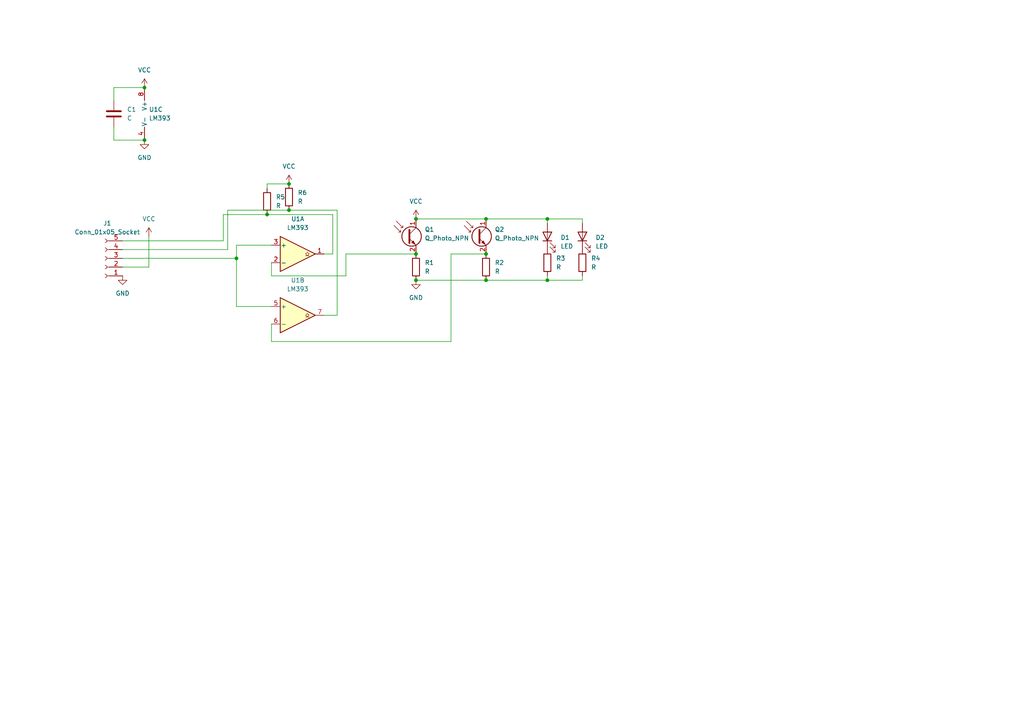
<source format=kicad_sch>
(kicad_sch
	(version 20250114)
	(generator "eeschema")
	(generator_version "9.0")
	(uuid "acb76ddc-37df-49ad-a534-a7b141941dd0")
	(paper "A4")
	(lib_symbols
		(symbol "Comparator:LM393"
			(pin_names
				(offset 0.127)
			)
			(exclude_from_sim no)
			(in_bom yes)
			(on_board yes)
			(property "Reference" "U"
				(at 3.81 3.81 0)
				(effects
					(font
						(size 1.27 1.27)
					)
				)
			)
			(property "Value" "LM393"
				(at 6.35 -3.81 0)
				(effects
					(font
						(size 1.27 1.27)
					)
				)
			)
			(property "Footprint" ""
				(at 0 0 0)
				(effects
					(font
						(size 1.27 1.27)
					)
					(hide yes)
				)
			)
			(property "Datasheet" "http://www.ti.com/lit/ds/symlink/lm393.pdf"
				(at 0 0 0)
				(effects
					(font
						(size 1.27 1.27)
					)
					(hide yes)
				)
			)
			(property "Description" "Low-Power, Low-Offset Voltage, Dual Comparators, DIP-8/SOIC-8/TO-99-8"
				(at 0 0 0)
				(effects
					(font
						(size 1.27 1.27)
					)
					(hide yes)
				)
			)
			(property "ki_locked" ""
				(at 0 0 0)
				(effects
					(font
						(size 1.27 1.27)
					)
				)
			)
			(property "ki_keywords" "cmp open collector"
				(at 0 0 0)
				(effects
					(font
						(size 1.27 1.27)
					)
					(hide yes)
				)
			)
			(property "ki_fp_filters" "SOIC*3.9x4.9mm*P1.27mm* DIP*W7.62mm* SOP*5.28x5.23mm*P1.27mm* VSSOP*3x3mm*P0.65mm* TSSOP*4.4x3mm*P0.65mm*"
				(at 0 0 0)
				(effects
					(font
						(size 1.27 1.27)
					)
					(hide yes)
				)
			)
			(symbol "LM393_1_1"
				(polyline
					(pts
						(xy -5.08 5.08) (xy 5.08 0) (xy -5.08 -5.08) (xy -5.08 5.08)
					)
					(stroke
						(width 0.254)
						(type default)
					)
					(fill
						(type background)
					)
				)
				(polyline
					(pts
						(xy 3.302 -0.508) (xy 2.794 -0.508) (xy 3.302 0) (xy 2.794 0.508) (xy 2.286 0) (xy 2.794 -0.508)
						(xy 2.286 -0.508)
					)
					(stroke
						(width 0.127)
						(type default)
					)
					(fill
						(type none)
					)
				)
				(pin input line
					(at -7.62 2.54 0)
					(length 2.54)
					(name "+"
						(effects
							(font
								(size 1.27 1.27)
							)
						)
					)
					(number "3"
						(effects
							(font
								(size 1.27 1.27)
							)
						)
					)
				)
				(pin input line
					(at -7.62 -2.54 0)
					(length 2.54)
					(name "-"
						(effects
							(font
								(size 1.27 1.27)
							)
						)
					)
					(number "2"
						(effects
							(font
								(size 1.27 1.27)
							)
						)
					)
				)
				(pin open_collector line
					(at 7.62 0 180)
					(length 2.54)
					(name "~"
						(effects
							(font
								(size 1.27 1.27)
							)
						)
					)
					(number "1"
						(effects
							(font
								(size 1.27 1.27)
							)
						)
					)
				)
			)
			(symbol "LM393_2_1"
				(polyline
					(pts
						(xy -5.08 5.08) (xy 5.08 0) (xy -5.08 -5.08) (xy -5.08 5.08)
					)
					(stroke
						(width 0.254)
						(type default)
					)
					(fill
						(type background)
					)
				)
				(polyline
					(pts
						(xy 3.302 -0.508) (xy 2.794 -0.508) (xy 3.302 0) (xy 2.794 0.508) (xy 2.286 0) (xy 2.794 -0.508)
						(xy 2.286 -0.508)
					)
					(stroke
						(width 0.127)
						(type default)
					)
					(fill
						(type none)
					)
				)
				(pin input line
					(at -7.62 2.54 0)
					(length 2.54)
					(name "+"
						(effects
							(font
								(size 1.27 1.27)
							)
						)
					)
					(number "5"
						(effects
							(font
								(size 1.27 1.27)
							)
						)
					)
				)
				(pin input line
					(at -7.62 -2.54 0)
					(length 2.54)
					(name "-"
						(effects
							(font
								(size 1.27 1.27)
							)
						)
					)
					(number "6"
						(effects
							(font
								(size 1.27 1.27)
							)
						)
					)
				)
				(pin open_collector line
					(at 7.62 0 180)
					(length 2.54)
					(name "~"
						(effects
							(font
								(size 1.27 1.27)
							)
						)
					)
					(number "7"
						(effects
							(font
								(size 1.27 1.27)
							)
						)
					)
				)
			)
			(symbol "LM393_3_1"
				(pin power_in line
					(at -2.54 7.62 270)
					(length 3.81)
					(name "V+"
						(effects
							(font
								(size 1.27 1.27)
							)
						)
					)
					(number "8"
						(effects
							(font
								(size 1.27 1.27)
							)
						)
					)
				)
				(pin power_in line
					(at -2.54 -7.62 90)
					(length 3.81)
					(name "V-"
						(effects
							(font
								(size 1.27 1.27)
							)
						)
					)
					(number "4"
						(effects
							(font
								(size 1.27 1.27)
							)
						)
					)
				)
			)
			(embedded_fonts no)
		)
		(symbol "Connector:Conn_01x05_Socket"
			(pin_names
				(offset 1.016)
				(hide yes)
			)
			(exclude_from_sim no)
			(in_bom yes)
			(on_board yes)
			(property "Reference" "J"
				(at 0 7.62 0)
				(effects
					(font
						(size 1.27 1.27)
					)
				)
			)
			(property "Value" "Conn_01x05_Socket"
				(at 0 -7.62 0)
				(effects
					(font
						(size 1.27 1.27)
					)
				)
			)
			(property "Footprint" ""
				(at 0 0 0)
				(effects
					(font
						(size 1.27 1.27)
					)
					(hide yes)
				)
			)
			(property "Datasheet" "~"
				(at 0 0 0)
				(effects
					(font
						(size 1.27 1.27)
					)
					(hide yes)
				)
			)
			(property "Description" "Generic connector, single row, 01x05, script generated"
				(at 0 0 0)
				(effects
					(font
						(size 1.27 1.27)
					)
					(hide yes)
				)
			)
			(property "ki_locked" ""
				(at 0 0 0)
				(effects
					(font
						(size 1.27 1.27)
					)
				)
			)
			(property "ki_keywords" "connector"
				(at 0 0 0)
				(effects
					(font
						(size 1.27 1.27)
					)
					(hide yes)
				)
			)
			(property "ki_fp_filters" "Connector*:*_1x??_*"
				(at 0 0 0)
				(effects
					(font
						(size 1.27 1.27)
					)
					(hide yes)
				)
			)
			(symbol "Conn_01x05_Socket_1_1"
				(polyline
					(pts
						(xy -1.27 5.08) (xy -0.508 5.08)
					)
					(stroke
						(width 0.1524)
						(type default)
					)
					(fill
						(type none)
					)
				)
				(polyline
					(pts
						(xy -1.27 2.54) (xy -0.508 2.54)
					)
					(stroke
						(width 0.1524)
						(type default)
					)
					(fill
						(type none)
					)
				)
				(polyline
					(pts
						(xy -1.27 0) (xy -0.508 0)
					)
					(stroke
						(width 0.1524)
						(type default)
					)
					(fill
						(type none)
					)
				)
				(polyline
					(pts
						(xy -1.27 -2.54) (xy -0.508 -2.54)
					)
					(stroke
						(width 0.1524)
						(type default)
					)
					(fill
						(type none)
					)
				)
				(polyline
					(pts
						(xy -1.27 -5.08) (xy -0.508 -5.08)
					)
					(stroke
						(width 0.1524)
						(type default)
					)
					(fill
						(type none)
					)
				)
				(arc
					(start 0 4.572)
					(mid -0.5058 5.08)
					(end 0 5.588)
					(stroke
						(width 0.1524)
						(type default)
					)
					(fill
						(type none)
					)
				)
				(arc
					(start 0 2.032)
					(mid -0.5058 2.54)
					(end 0 3.048)
					(stroke
						(width 0.1524)
						(type default)
					)
					(fill
						(type none)
					)
				)
				(arc
					(start 0 -0.508)
					(mid -0.5058 0)
					(end 0 0.508)
					(stroke
						(width 0.1524)
						(type default)
					)
					(fill
						(type none)
					)
				)
				(arc
					(start 0 -3.048)
					(mid -0.5058 -2.54)
					(end 0 -2.032)
					(stroke
						(width 0.1524)
						(type default)
					)
					(fill
						(type none)
					)
				)
				(arc
					(start 0 -5.588)
					(mid -0.5058 -5.08)
					(end 0 -4.572)
					(stroke
						(width 0.1524)
						(type default)
					)
					(fill
						(type none)
					)
				)
				(pin passive line
					(at -5.08 5.08 0)
					(length 3.81)
					(name "Pin_1"
						(effects
							(font
								(size 1.27 1.27)
							)
						)
					)
					(number "1"
						(effects
							(font
								(size 1.27 1.27)
							)
						)
					)
				)
				(pin passive line
					(at -5.08 2.54 0)
					(length 3.81)
					(name "Pin_2"
						(effects
							(font
								(size 1.27 1.27)
							)
						)
					)
					(number "2"
						(effects
							(font
								(size 1.27 1.27)
							)
						)
					)
				)
				(pin passive line
					(at -5.08 0 0)
					(length 3.81)
					(name "Pin_3"
						(effects
							(font
								(size 1.27 1.27)
							)
						)
					)
					(number "3"
						(effects
							(font
								(size 1.27 1.27)
							)
						)
					)
				)
				(pin passive line
					(at -5.08 -2.54 0)
					(length 3.81)
					(name "Pin_4"
						(effects
							(font
								(size 1.27 1.27)
							)
						)
					)
					(number "4"
						(effects
							(font
								(size 1.27 1.27)
							)
						)
					)
				)
				(pin passive line
					(at -5.08 -5.08 0)
					(length 3.81)
					(name "Pin_5"
						(effects
							(font
								(size 1.27 1.27)
							)
						)
					)
					(number "5"
						(effects
							(font
								(size 1.27 1.27)
							)
						)
					)
				)
			)
			(embedded_fonts no)
		)
		(symbol "Device:C"
			(pin_numbers
				(hide yes)
			)
			(pin_names
				(offset 0.254)
			)
			(exclude_from_sim no)
			(in_bom yes)
			(on_board yes)
			(property "Reference" "C"
				(at 0.635 2.54 0)
				(effects
					(font
						(size 1.27 1.27)
					)
					(justify left)
				)
			)
			(property "Value" "C"
				(at 0.635 -2.54 0)
				(effects
					(font
						(size 1.27 1.27)
					)
					(justify left)
				)
			)
			(property "Footprint" ""
				(at 0.9652 -3.81 0)
				(effects
					(font
						(size 1.27 1.27)
					)
					(hide yes)
				)
			)
			(property "Datasheet" "~"
				(at 0 0 0)
				(effects
					(font
						(size 1.27 1.27)
					)
					(hide yes)
				)
			)
			(property "Description" "Unpolarized capacitor"
				(at 0 0 0)
				(effects
					(font
						(size 1.27 1.27)
					)
					(hide yes)
				)
			)
			(property "ki_keywords" "cap capacitor"
				(at 0 0 0)
				(effects
					(font
						(size 1.27 1.27)
					)
					(hide yes)
				)
			)
			(property "ki_fp_filters" "C_*"
				(at 0 0 0)
				(effects
					(font
						(size 1.27 1.27)
					)
					(hide yes)
				)
			)
			(symbol "C_0_1"
				(polyline
					(pts
						(xy -2.032 0.762) (xy 2.032 0.762)
					)
					(stroke
						(width 0.508)
						(type default)
					)
					(fill
						(type none)
					)
				)
				(polyline
					(pts
						(xy -2.032 -0.762) (xy 2.032 -0.762)
					)
					(stroke
						(width 0.508)
						(type default)
					)
					(fill
						(type none)
					)
				)
			)
			(symbol "C_1_1"
				(pin passive line
					(at 0 3.81 270)
					(length 2.794)
					(name "~"
						(effects
							(font
								(size 1.27 1.27)
							)
						)
					)
					(number "1"
						(effects
							(font
								(size 1.27 1.27)
							)
						)
					)
				)
				(pin passive line
					(at 0 -3.81 90)
					(length 2.794)
					(name "~"
						(effects
							(font
								(size 1.27 1.27)
							)
						)
					)
					(number "2"
						(effects
							(font
								(size 1.27 1.27)
							)
						)
					)
				)
			)
			(embedded_fonts no)
		)
		(symbol "Device:LED"
			(pin_numbers
				(hide yes)
			)
			(pin_names
				(offset 1.016)
				(hide yes)
			)
			(exclude_from_sim no)
			(in_bom yes)
			(on_board yes)
			(property "Reference" "D"
				(at 0 2.54 0)
				(effects
					(font
						(size 1.27 1.27)
					)
				)
			)
			(property "Value" "LED"
				(at 0 -2.54 0)
				(effects
					(font
						(size 1.27 1.27)
					)
				)
			)
			(property "Footprint" ""
				(at 0 0 0)
				(effects
					(font
						(size 1.27 1.27)
					)
					(hide yes)
				)
			)
			(property "Datasheet" "~"
				(at 0 0 0)
				(effects
					(font
						(size 1.27 1.27)
					)
					(hide yes)
				)
			)
			(property "Description" "Light emitting diode"
				(at 0 0 0)
				(effects
					(font
						(size 1.27 1.27)
					)
					(hide yes)
				)
			)
			(property "Sim.Pins" "1=K 2=A"
				(at 0 0 0)
				(effects
					(font
						(size 1.27 1.27)
					)
					(hide yes)
				)
			)
			(property "ki_keywords" "LED diode"
				(at 0 0 0)
				(effects
					(font
						(size 1.27 1.27)
					)
					(hide yes)
				)
			)
			(property "ki_fp_filters" "LED* LED_SMD:* LED_THT:*"
				(at 0 0 0)
				(effects
					(font
						(size 1.27 1.27)
					)
					(hide yes)
				)
			)
			(symbol "LED_0_1"
				(polyline
					(pts
						(xy -3.048 -0.762) (xy -4.572 -2.286) (xy -3.81 -2.286) (xy -4.572 -2.286) (xy -4.572 -1.524)
					)
					(stroke
						(width 0)
						(type default)
					)
					(fill
						(type none)
					)
				)
				(polyline
					(pts
						(xy -1.778 -0.762) (xy -3.302 -2.286) (xy -2.54 -2.286) (xy -3.302 -2.286) (xy -3.302 -1.524)
					)
					(stroke
						(width 0)
						(type default)
					)
					(fill
						(type none)
					)
				)
				(polyline
					(pts
						(xy -1.27 0) (xy 1.27 0)
					)
					(stroke
						(width 0)
						(type default)
					)
					(fill
						(type none)
					)
				)
				(polyline
					(pts
						(xy -1.27 -1.27) (xy -1.27 1.27)
					)
					(stroke
						(width 0.254)
						(type default)
					)
					(fill
						(type none)
					)
				)
				(polyline
					(pts
						(xy 1.27 -1.27) (xy 1.27 1.27) (xy -1.27 0) (xy 1.27 -1.27)
					)
					(stroke
						(width 0.254)
						(type default)
					)
					(fill
						(type none)
					)
				)
			)
			(symbol "LED_1_1"
				(pin passive line
					(at -3.81 0 0)
					(length 2.54)
					(name "K"
						(effects
							(font
								(size 1.27 1.27)
							)
						)
					)
					(number "1"
						(effects
							(font
								(size 1.27 1.27)
							)
						)
					)
				)
				(pin passive line
					(at 3.81 0 180)
					(length 2.54)
					(name "A"
						(effects
							(font
								(size 1.27 1.27)
							)
						)
					)
					(number "2"
						(effects
							(font
								(size 1.27 1.27)
							)
						)
					)
				)
			)
			(embedded_fonts no)
		)
		(symbol "Device:Q_Photo_NPN"
			(pin_names
				(offset 0)
				(hide yes)
			)
			(exclude_from_sim no)
			(in_bom yes)
			(on_board yes)
			(property "Reference" "Q"
				(at 5.08 1.27 0)
				(effects
					(font
						(size 1.27 1.27)
					)
					(justify left)
				)
			)
			(property "Value" "Q_Photo_NPN"
				(at 5.08 -1.27 0)
				(effects
					(font
						(size 1.27 1.27)
					)
					(justify left)
				)
			)
			(property "Footprint" ""
				(at 5.08 2.54 0)
				(effects
					(font
						(size 1.27 1.27)
					)
					(hide yes)
				)
			)
			(property "Datasheet" "~"
				(at 0 0 0)
				(effects
					(font
						(size 1.27 1.27)
					)
					(hide yes)
				)
			)
			(property "Description" "NPN phototransistor, collector/emitter"
				(at 0 0 0)
				(effects
					(font
						(size 1.27 1.27)
					)
					(hide yes)
				)
			)
			(property "ki_keywords" "phototransistor NPN"
				(at 0 0 0)
				(effects
					(font
						(size 1.27 1.27)
					)
					(hide yes)
				)
			)
			(symbol "Q_Photo_NPN_0_1"
				(polyline
					(pts
						(xy -3.81 3.175) (xy -1.905 1.27) (xy -1.905 1.905)
					)
					(stroke
						(width 0)
						(type default)
					)
					(fill
						(type none)
					)
				)
				(polyline
					(pts
						(xy -3.175 4.445) (xy -1.27 2.54) (xy -1.27 3.175)
					)
					(stroke
						(width 0)
						(type default)
					)
					(fill
						(type none)
					)
				)
				(polyline
					(pts
						(xy -1.905 1.27) (xy -2.54 1.27)
					)
					(stroke
						(width 0)
						(type default)
					)
					(fill
						(type none)
					)
				)
				(polyline
					(pts
						(xy -1.27 2.54) (xy -1.905 2.54)
					)
					(stroke
						(width 0)
						(type default)
					)
					(fill
						(type none)
					)
				)
				(polyline
					(pts
						(xy 0.635 1.905) (xy 0.635 -1.905) (xy 0.635 -1.905)
					)
					(stroke
						(width 0.508)
						(type default)
					)
					(fill
						(type none)
					)
				)
				(polyline
					(pts
						(xy 0.635 0.635) (xy 2.54 2.54)
					)
					(stroke
						(width 0)
						(type default)
					)
					(fill
						(type none)
					)
				)
				(polyline
					(pts
						(xy 0.635 -0.635) (xy 2.54 -2.54) (xy 2.54 -2.54)
					)
					(stroke
						(width 0)
						(type default)
					)
					(fill
						(type none)
					)
				)
				(circle
					(center 1.27 0)
					(radius 2.8194)
					(stroke
						(width 0.254)
						(type default)
					)
					(fill
						(type none)
					)
				)
				(polyline
					(pts
						(xy 1.27 -1.778) (xy 1.778 -1.27) (xy 2.286 -2.286) (xy 1.27 -1.778) (xy 1.27 -1.778)
					)
					(stroke
						(width 0)
						(type default)
					)
					(fill
						(type outline)
					)
				)
			)
			(symbol "Q_Photo_NPN_1_1"
				(pin passive line
					(at 2.54 5.08 270)
					(length 2.54)
					(name "C"
						(effects
							(font
								(size 1.27 1.27)
							)
						)
					)
					(number "1"
						(effects
							(font
								(size 1.27 1.27)
							)
						)
					)
				)
				(pin passive line
					(at 2.54 -5.08 90)
					(length 2.54)
					(name "E"
						(effects
							(font
								(size 1.27 1.27)
							)
						)
					)
					(number "2"
						(effects
							(font
								(size 1.27 1.27)
							)
						)
					)
				)
			)
			(embedded_fonts no)
		)
		(symbol "Device:R"
			(pin_numbers
				(hide yes)
			)
			(pin_names
				(offset 0)
			)
			(exclude_from_sim no)
			(in_bom yes)
			(on_board yes)
			(property "Reference" "R"
				(at 2.032 0 90)
				(effects
					(font
						(size 1.27 1.27)
					)
				)
			)
			(property "Value" "R"
				(at 0 0 90)
				(effects
					(font
						(size 1.27 1.27)
					)
				)
			)
			(property "Footprint" ""
				(at -1.778 0 90)
				(effects
					(font
						(size 1.27 1.27)
					)
					(hide yes)
				)
			)
			(property "Datasheet" "~"
				(at 0 0 0)
				(effects
					(font
						(size 1.27 1.27)
					)
					(hide yes)
				)
			)
			(property "Description" "Resistor"
				(at 0 0 0)
				(effects
					(font
						(size 1.27 1.27)
					)
					(hide yes)
				)
			)
			(property "ki_keywords" "R res resistor"
				(at 0 0 0)
				(effects
					(font
						(size 1.27 1.27)
					)
					(hide yes)
				)
			)
			(property "ki_fp_filters" "R_*"
				(at 0 0 0)
				(effects
					(font
						(size 1.27 1.27)
					)
					(hide yes)
				)
			)
			(symbol "R_0_1"
				(rectangle
					(start -1.016 -2.54)
					(end 1.016 2.54)
					(stroke
						(width 0.254)
						(type default)
					)
					(fill
						(type none)
					)
				)
			)
			(symbol "R_1_1"
				(pin passive line
					(at 0 3.81 270)
					(length 1.27)
					(name "~"
						(effects
							(font
								(size 1.27 1.27)
							)
						)
					)
					(number "1"
						(effects
							(font
								(size 1.27 1.27)
							)
						)
					)
				)
				(pin passive line
					(at 0 -3.81 90)
					(length 1.27)
					(name "~"
						(effects
							(font
								(size 1.27 1.27)
							)
						)
					)
					(number "2"
						(effects
							(font
								(size 1.27 1.27)
							)
						)
					)
				)
			)
			(embedded_fonts no)
		)
		(symbol "power:GND"
			(power)
			(pin_numbers
				(hide yes)
			)
			(pin_names
				(offset 0)
				(hide yes)
			)
			(exclude_from_sim no)
			(in_bom yes)
			(on_board yes)
			(property "Reference" "#PWR"
				(at 0 -6.35 0)
				(effects
					(font
						(size 1.27 1.27)
					)
					(hide yes)
				)
			)
			(property "Value" "GND"
				(at 0 -3.81 0)
				(effects
					(font
						(size 1.27 1.27)
					)
				)
			)
			(property "Footprint" ""
				(at 0 0 0)
				(effects
					(font
						(size 1.27 1.27)
					)
					(hide yes)
				)
			)
			(property "Datasheet" ""
				(at 0 0 0)
				(effects
					(font
						(size 1.27 1.27)
					)
					(hide yes)
				)
			)
			(property "Description" "Power symbol creates a global label with name \"GND\" , ground"
				(at 0 0 0)
				(effects
					(font
						(size 1.27 1.27)
					)
					(hide yes)
				)
			)
			(property "ki_keywords" "global power"
				(at 0 0 0)
				(effects
					(font
						(size 1.27 1.27)
					)
					(hide yes)
				)
			)
			(symbol "GND_0_1"
				(polyline
					(pts
						(xy 0 0) (xy 0 -1.27) (xy 1.27 -1.27) (xy 0 -2.54) (xy -1.27 -1.27) (xy 0 -1.27)
					)
					(stroke
						(width 0)
						(type default)
					)
					(fill
						(type none)
					)
				)
			)
			(symbol "GND_1_1"
				(pin power_in line
					(at 0 0 270)
					(length 0)
					(name "~"
						(effects
							(font
								(size 1.27 1.27)
							)
						)
					)
					(number "1"
						(effects
							(font
								(size 1.27 1.27)
							)
						)
					)
				)
			)
			(embedded_fonts no)
		)
		(symbol "power:VCC"
			(power)
			(pin_numbers
				(hide yes)
			)
			(pin_names
				(offset 0)
				(hide yes)
			)
			(exclude_from_sim no)
			(in_bom yes)
			(on_board yes)
			(property "Reference" "#PWR"
				(at 0 -3.81 0)
				(effects
					(font
						(size 1.27 1.27)
					)
					(hide yes)
				)
			)
			(property "Value" "VCC"
				(at 0 3.556 0)
				(effects
					(font
						(size 1.27 1.27)
					)
				)
			)
			(property "Footprint" ""
				(at 0 0 0)
				(effects
					(font
						(size 1.27 1.27)
					)
					(hide yes)
				)
			)
			(property "Datasheet" ""
				(at 0 0 0)
				(effects
					(font
						(size 1.27 1.27)
					)
					(hide yes)
				)
			)
			(property "Description" "Power symbol creates a global label with name \"VCC\""
				(at 0 0 0)
				(effects
					(font
						(size 1.27 1.27)
					)
					(hide yes)
				)
			)
			(property "ki_keywords" "global power"
				(at 0 0 0)
				(effects
					(font
						(size 1.27 1.27)
					)
					(hide yes)
				)
			)
			(symbol "VCC_0_1"
				(polyline
					(pts
						(xy -0.762 1.27) (xy 0 2.54)
					)
					(stroke
						(width 0)
						(type default)
					)
					(fill
						(type none)
					)
				)
				(polyline
					(pts
						(xy 0 2.54) (xy 0.762 1.27)
					)
					(stroke
						(width 0)
						(type default)
					)
					(fill
						(type none)
					)
				)
				(polyline
					(pts
						(xy 0 0) (xy 0 2.54)
					)
					(stroke
						(width 0)
						(type default)
					)
					(fill
						(type none)
					)
				)
			)
			(symbol "VCC_1_1"
				(pin power_in line
					(at 0 0 90)
					(length 0)
					(name "~"
						(effects
							(font
								(size 1.27 1.27)
							)
						)
					)
					(number "1"
						(effects
							(font
								(size 1.27 1.27)
							)
						)
					)
				)
			)
			(embedded_fonts no)
		)
	)
	(junction
		(at 120.65 73.66)
		(diameter 0)
		(color 0 0 0 0)
		(uuid "008b2b28-7561-47d3-977d-3a021a57fe09")
	)
	(junction
		(at 68.58 74.93)
		(diameter 0)
		(color 0 0 0 0)
		(uuid "13a5afcb-21da-4cac-8533-22744a120dc1")
	)
	(junction
		(at 140.97 63.5)
		(diameter 0)
		(color 0 0 0 0)
		(uuid "1a03ff5e-cad4-4e99-bb9a-669b0ef6e236")
	)
	(junction
		(at 83.82 60.96)
		(diameter 0)
		(color 0 0 0 0)
		(uuid "22a1a79a-7da1-4812-a815-a8c9b5b45f1f")
	)
	(junction
		(at 140.97 73.66)
		(diameter 0)
		(color 0 0 0 0)
		(uuid "2c392a62-aaf2-4c1e-afe4-af19a783d745")
	)
	(junction
		(at 41.91 25.4)
		(diameter 0)
		(color 0 0 0 0)
		(uuid "65804df8-10f4-47da-9322-842a59b61d5e")
	)
	(junction
		(at 77.47 62.23)
		(diameter 0)
		(color 0 0 0 0)
		(uuid "6b332baf-2ee6-4707-a0dd-f9aabcf8edf1")
	)
	(junction
		(at 140.97 81.28)
		(diameter 0)
		(color 0 0 0 0)
		(uuid "71530ae9-aa16-45c8-a848-1dc321daccf1")
	)
	(junction
		(at 41.91 40.64)
		(diameter 0)
		(color 0 0 0 0)
		(uuid "738d12b9-6aa5-4abc-bf1a-3615d30cee72")
	)
	(junction
		(at 83.82 53.34)
		(diameter 0)
		(color 0 0 0 0)
		(uuid "9fc4affd-1d35-42c3-83f5-42289855b1a5")
	)
	(junction
		(at 120.65 81.28)
		(diameter 0)
		(color 0 0 0 0)
		(uuid "bea29779-c9b9-4ba9-9050-dd390c4d083c")
	)
	(junction
		(at 158.75 63.5)
		(diameter 0)
		(color 0 0 0 0)
		(uuid "c6dbe13d-0af5-4725-8404-9378124caf61")
	)
	(junction
		(at 120.65 63.5)
		(diameter 0)
		(color 0 0 0 0)
		(uuid "c75aac9c-83cb-4324-843f-7a01775bd0d9")
	)
	(junction
		(at 158.75 81.28)
		(diameter 0)
		(color 0 0 0 0)
		(uuid "f8eda6f2-0da2-465b-9198-b11f812a7204")
	)
	(wire
		(pts
			(xy 33.02 25.4) (xy 41.91 25.4)
		)
		(stroke
			(width 0)
			(type default)
		)
		(uuid "0f1b24a8-9b1e-4207-886a-5f3d0c1d8d18")
	)
	(wire
		(pts
			(xy 96.52 62.23) (xy 77.47 62.23)
		)
		(stroke
			(width 0)
			(type default)
		)
		(uuid "15d8f343-12f0-4707-b304-307ec6c1eef5")
	)
	(wire
		(pts
			(xy 66.04 60.96) (xy 83.82 60.96)
		)
		(stroke
			(width 0)
			(type default)
		)
		(uuid "170ae58c-d350-4dbc-82eb-0f87a39141da")
	)
	(wire
		(pts
			(xy 68.58 88.9) (xy 78.74 88.9)
		)
		(stroke
			(width 0)
			(type default)
		)
		(uuid "1dae3c5d-8c61-4ff5-adf8-249e16256c42")
	)
	(wire
		(pts
			(xy 140.97 73.66) (xy 130.81 73.66)
		)
		(stroke
			(width 0)
			(type default)
		)
		(uuid "2a541680-a9c2-42fe-a312-bbdf604d07fe")
	)
	(wire
		(pts
			(xy 158.75 80.01) (xy 158.75 81.28)
		)
		(stroke
			(width 0)
			(type default)
		)
		(uuid "2c7c0dc8-563d-4058-9ff4-6aded7351fe3")
	)
	(wire
		(pts
			(xy 35.56 74.93) (xy 68.58 74.93)
		)
		(stroke
			(width 0)
			(type default)
		)
		(uuid "2db9a60a-7c31-407b-9422-dff3b6e35a21")
	)
	(wire
		(pts
			(xy 97.79 60.96) (xy 97.79 91.44)
		)
		(stroke
			(width 0)
			(type default)
		)
		(uuid "2f56284b-e5f9-4c7a-b79e-6bf3dcf3afb1")
	)
	(wire
		(pts
			(xy 120.65 81.28) (xy 140.97 81.28)
		)
		(stroke
			(width 0)
			(type default)
		)
		(uuid "30e6d7a1-ca4f-4add-a1ff-13479f52be82")
	)
	(wire
		(pts
			(xy 168.91 63.5) (xy 168.91 64.77)
		)
		(stroke
			(width 0)
			(type default)
		)
		(uuid "336423e4-a663-47d9-bac5-40272baf6d3a")
	)
	(wire
		(pts
			(xy 78.74 80.01) (xy 78.74 76.2)
		)
		(stroke
			(width 0)
			(type default)
		)
		(uuid "37563cfd-4100-4202-bbc0-3a66dc2804da")
	)
	(wire
		(pts
			(xy 77.47 54.61) (xy 77.47 53.34)
		)
		(stroke
			(width 0)
			(type default)
		)
		(uuid "3cb3d077-37af-493f-a653-1848acbc6c89")
	)
	(wire
		(pts
			(xy 77.47 53.34) (xy 83.82 53.34)
		)
		(stroke
			(width 0)
			(type default)
		)
		(uuid "3e04eb8c-5321-4b16-88c9-4396f2cd77e3")
	)
	(wire
		(pts
			(xy 64.77 69.85) (xy 35.56 69.85)
		)
		(stroke
			(width 0)
			(type default)
		)
		(uuid "41fc169f-b04b-42df-9c06-615d7d5575d3")
	)
	(wire
		(pts
			(xy 33.02 40.64) (xy 41.91 40.64)
		)
		(stroke
			(width 0)
			(type default)
		)
		(uuid "438ed4cf-e8af-4cc0-b7e9-3f91636160a7")
	)
	(wire
		(pts
			(xy 77.47 62.23) (xy 64.77 62.23)
		)
		(stroke
			(width 0)
			(type default)
		)
		(uuid "48950322-4ed6-4493-bfca-5d01f3e02be1")
	)
	(wire
		(pts
			(xy 158.75 63.5) (xy 168.91 63.5)
		)
		(stroke
			(width 0)
			(type default)
		)
		(uuid "4bb2e719-0a3e-4751-a13c-c714c44b1cae")
	)
	(wire
		(pts
			(xy 120.65 63.5) (xy 140.97 63.5)
		)
		(stroke
			(width 0)
			(type default)
		)
		(uuid "4bff5976-a188-4463-b1e8-509ad0dee021")
	)
	(wire
		(pts
			(xy 140.97 81.28) (xy 158.75 81.28)
		)
		(stroke
			(width 0)
			(type default)
		)
		(uuid "55493698-fdda-4eb4-ac25-01e7296c9690")
	)
	(wire
		(pts
			(xy 43.18 77.47) (xy 35.56 77.47)
		)
		(stroke
			(width 0)
			(type default)
		)
		(uuid "69e1db57-f8dc-4c52-8c7f-161c2bb84a0b")
	)
	(wire
		(pts
			(xy 33.02 29.21) (xy 33.02 25.4)
		)
		(stroke
			(width 0)
			(type default)
		)
		(uuid "6ea96413-6511-4845-b3eb-02277cf04458")
	)
	(wire
		(pts
			(xy 130.81 73.66) (xy 130.81 99.06)
		)
		(stroke
			(width 0)
			(type default)
		)
		(uuid "70ef4213-3da2-4826-8f01-17d598923560")
	)
	(wire
		(pts
			(xy 158.75 63.5) (xy 158.75 64.77)
		)
		(stroke
			(width 0)
			(type default)
		)
		(uuid "71f9d504-bc7a-4e8c-9c24-ea82dc8fa171")
	)
	(wire
		(pts
			(xy 78.74 99.06) (xy 78.74 93.98)
		)
		(stroke
			(width 0)
			(type default)
		)
		(uuid "728a83c9-845b-4d57-862e-edbc8f8cdcfd")
	)
	(wire
		(pts
			(xy 158.75 81.28) (xy 168.91 81.28)
		)
		(stroke
			(width 0)
			(type default)
		)
		(uuid "72fbd94e-dd22-4646-bcd6-24677e0c0881")
	)
	(wire
		(pts
			(xy 140.97 63.5) (xy 158.75 63.5)
		)
		(stroke
			(width 0)
			(type default)
		)
		(uuid "74a5c54b-7400-4180-973c-acc82fb166d0")
	)
	(wire
		(pts
			(xy 68.58 74.93) (xy 68.58 88.9)
		)
		(stroke
			(width 0)
			(type default)
		)
		(uuid "75fda2ec-0928-42c7-b4bd-e10266f419b7")
	)
	(wire
		(pts
			(xy 33.02 36.83) (xy 33.02 40.64)
		)
		(stroke
			(width 0)
			(type default)
		)
		(uuid "7dc552fe-f587-46ce-a527-3377a4c2aebb")
	)
	(wire
		(pts
			(xy 78.74 71.12) (xy 68.58 71.12)
		)
		(stroke
			(width 0)
			(type default)
		)
		(uuid "a3313691-f48c-4d6c-b26e-fc4920ba578d")
	)
	(wire
		(pts
			(xy 100.33 80.01) (xy 78.74 80.01)
		)
		(stroke
			(width 0)
			(type default)
		)
		(uuid "a4337259-7175-424f-984f-1ee223e10bf8")
	)
	(wire
		(pts
			(xy 66.04 72.39) (xy 66.04 60.96)
		)
		(stroke
			(width 0)
			(type default)
		)
		(uuid "af485344-6676-48cc-ae65-e020152ae82f")
	)
	(wire
		(pts
			(xy 68.58 71.12) (xy 68.58 74.93)
		)
		(stroke
			(width 0)
			(type default)
		)
		(uuid "b5ad1ba9-5dee-4b53-be25-e3eeff6e5ad4")
	)
	(wire
		(pts
			(xy 97.79 91.44) (xy 93.98 91.44)
		)
		(stroke
			(width 0)
			(type default)
		)
		(uuid "c1007362-5ba5-496d-8e3d-3ae18ce185f0")
	)
	(wire
		(pts
			(xy 120.65 73.66) (xy 100.33 73.66)
		)
		(stroke
			(width 0)
			(type default)
		)
		(uuid "c1a57156-9438-49ad-9847-ca3d134d3d1d")
	)
	(wire
		(pts
			(xy 130.81 99.06) (xy 78.74 99.06)
		)
		(stroke
			(width 0)
			(type default)
		)
		(uuid "cb2fb925-427d-4d8c-809f-8c6646b466b6")
	)
	(wire
		(pts
			(xy 43.18 68.58) (xy 43.18 77.47)
		)
		(stroke
			(width 0)
			(type default)
		)
		(uuid "dccd838e-e44f-4d6a-84fb-d9e63f99aa53")
	)
	(wire
		(pts
			(xy 96.52 73.66) (xy 96.52 62.23)
		)
		(stroke
			(width 0)
			(type default)
		)
		(uuid "dd990ed7-378d-4f6a-9617-6d797f63ed78")
	)
	(wire
		(pts
			(xy 100.33 73.66) (xy 100.33 80.01)
		)
		(stroke
			(width 0)
			(type default)
		)
		(uuid "e186257f-4a29-420b-8f19-cae7e20c9e2e")
	)
	(wire
		(pts
			(xy 35.56 72.39) (xy 66.04 72.39)
		)
		(stroke
			(width 0)
			(type default)
		)
		(uuid "e8809748-a0b9-48fe-9368-611b2f5ef73e")
	)
	(wire
		(pts
			(xy 93.98 73.66) (xy 96.52 73.66)
		)
		(stroke
			(width 0)
			(type default)
		)
		(uuid "eb924df8-591f-4acb-b91f-e8aa6dfa9b42")
	)
	(wire
		(pts
			(xy 64.77 62.23) (xy 64.77 69.85)
		)
		(stroke
			(width 0)
			(type default)
		)
		(uuid "f88f0476-cf2f-4490-a32a-87a242f02e58")
	)
	(wire
		(pts
			(xy 168.91 81.28) (xy 168.91 80.01)
		)
		(stroke
			(width 0)
			(type default)
		)
		(uuid "fbdcd349-3fca-45f5-a6e3-378c7aca83fc")
	)
	(wire
		(pts
			(xy 83.82 60.96) (xy 97.79 60.96)
		)
		(stroke
			(width 0)
			(type default)
		)
		(uuid "fe5af148-200f-4800-ab18-20bf55f13c0e")
	)
	(symbol
		(lib_id "Device:LED")
		(at 158.75 68.58 90)
		(unit 1)
		(exclude_from_sim no)
		(in_bom yes)
		(on_board yes)
		(dnp no)
		(fields_autoplaced yes)
		(uuid "01e0dd21-edb5-4487-96b3-080302287d0c")
		(property "Reference" "D1"
			(at 162.56 68.8974 90)
			(effects
				(font
					(size 1.27 1.27)
				)
				(justify right)
			)
		)
		(property "Value" "LED"
			(at 162.56 71.4374 90)
			(effects
				(font
					(size 1.27 1.27)
				)
				(justify right)
			)
		)
		(property "Footprint" "LED_THT:LED_D3.0mm"
			(at 158.75 68.58 0)
			(effects
				(font
					(size 1.27 1.27)
				)
				(hide yes)
			)
		)
		(property "Datasheet" "~"
			(at 158.75 68.58 0)
			(effects
				(font
					(size 1.27 1.27)
				)
				(hide yes)
			)
		)
		(property "Description" "Light emitting diode"
			(at 158.75 68.58 0)
			(effects
				(font
					(size 1.27 1.27)
				)
				(hide yes)
			)
		)
		(property "Sim.Pins" "1=K 2=A"
			(at 158.75 68.58 0)
			(effects
				(font
					(size 1.27 1.27)
				)
				(hide yes)
			)
		)
		(pin "1"
			(uuid "be24085b-7043-402a-ac72-e51aa05ef50e")
		)
		(pin "2"
			(uuid "8f8a8ae5-8325-458f-948b-74d0b75cf6ff")
		)
		(instances
			(project ""
				(path "/acb76ddc-37df-49ad-a534-a7b141941dd0"
					(reference "D1")
					(unit 1)
				)
			)
		)
	)
	(symbol
		(lib_id "Device:Q_Photo_NPN")
		(at 118.11 68.58 0)
		(unit 1)
		(exclude_from_sim no)
		(in_bom yes)
		(on_board yes)
		(dnp no)
		(fields_autoplaced yes)
		(uuid "0c787898-6526-4635-91de-4f7c28738ddf")
		(property "Reference" "Q1"
			(at 123.19 66.5606 0)
			(effects
				(font
					(size 1.27 1.27)
				)
				(justify left)
			)
		)
		(property "Value" "Q_Photo_NPN"
			(at 123.19 69.1006 0)
			(effects
				(font
					(size 1.27 1.27)
				)
				(justify left)
			)
		)
		(property "Footprint" "LED_THT:LED_D3.0mm"
			(at 123.19 66.04 0)
			(effects
				(font
					(size 1.27 1.27)
				)
				(hide yes)
			)
		)
		(property "Datasheet" "~"
			(at 118.11 68.58 0)
			(effects
				(font
					(size 1.27 1.27)
				)
				(hide yes)
			)
		)
		(property "Description" "NPN phototransistor, collector/emitter"
			(at 118.11 68.58 0)
			(effects
				(font
					(size 1.27 1.27)
				)
				(hide yes)
			)
		)
		(pin "1"
			(uuid "4d37a616-40b9-40b4-b589-12b2cddf8846")
		)
		(pin "2"
			(uuid "3031d728-3400-4c22-9220-97fed0367457")
		)
		(instances
			(project ""
				(path "/acb76ddc-37df-49ad-a534-a7b141941dd0"
					(reference "Q1")
					(unit 1)
				)
			)
		)
	)
	(symbol
		(lib_id "Device:LED")
		(at 168.91 68.58 90)
		(unit 1)
		(exclude_from_sim no)
		(in_bom yes)
		(on_board yes)
		(dnp no)
		(fields_autoplaced yes)
		(uuid "1bf2d99d-cb5b-4455-863e-716169b86fbf")
		(property "Reference" "D2"
			(at 172.72 68.8974 90)
			(effects
				(font
					(size 1.27 1.27)
				)
				(justify right)
			)
		)
		(property "Value" "LED"
			(at 172.72 71.4374 90)
			(effects
				(font
					(size 1.27 1.27)
				)
				(justify right)
			)
		)
		(property "Footprint" "LED_THT:LED_D3.0mm"
			(at 168.91 68.58 0)
			(effects
				(font
					(size 1.27 1.27)
				)
				(hide yes)
			)
		)
		(property "Datasheet" "~"
			(at 168.91 68.58 0)
			(effects
				(font
					(size 1.27 1.27)
				)
				(hide yes)
			)
		)
		(property "Description" "Light emitting diode"
			(at 168.91 68.58 0)
			(effects
				(font
					(size 1.27 1.27)
				)
				(hide yes)
			)
		)
		(property "Sim.Pins" "1=K 2=A"
			(at 168.91 68.58 0)
			(effects
				(font
					(size 1.27 1.27)
				)
				(hide yes)
			)
		)
		(pin "1"
			(uuid "7a378aa6-c820-44b7-8a1d-969d46887d20")
		)
		(pin "2"
			(uuid "3a93b5e3-8139-4d0c-b5f3-75028a456574")
		)
		(instances
			(project "LineSensor"
				(path "/acb76ddc-37df-49ad-a534-a7b141941dd0"
					(reference "D2")
					(unit 1)
				)
			)
		)
	)
	(symbol
		(lib_id "power:VCC")
		(at 43.18 68.58 0)
		(unit 1)
		(exclude_from_sim no)
		(in_bom yes)
		(on_board yes)
		(dnp no)
		(fields_autoplaced yes)
		(uuid "1de2b0f9-78f1-4a06-8a45-6b355707a6b4")
		(property "Reference" "#PWR06"
			(at 43.18 72.39 0)
			(effects
				(font
					(size 1.27 1.27)
				)
				(hide yes)
			)
		)
		(property "Value" "VCC"
			(at 43.18 63.5 0)
			(effects
				(font
					(size 1.27 1.27)
				)
			)
		)
		(property "Footprint" ""
			(at 43.18 68.58 0)
			(effects
				(font
					(size 1.27 1.27)
				)
				(hide yes)
			)
		)
		(property "Datasheet" ""
			(at 43.18 68.58 0)
			(effects
				(font
					(size 1.27 1.27)
				)
				(hide yes)
			)
		)
		(property "Description" "Power symbol creates a global label with name \"VCC\""
			(at 43.18 68.58 0)
			(effects
				(font
					(size 1.27 1.27)
				)
				(hide yes)
			)
		)
		(pin "1"
			(uuid "c8e2e05b-fa6c-43d1-babd-537504f6ac4d")
		)
		(instances
			(project ""
				(path "/acb76ddc-37df-49ad-a534-a7b141941dd0"
					(reference "#PWR06")
					(unit 1)
				)
			)
		)
	)
	(symbol
		(lib_id "Comparator:LM393")
		(at 86.36 91.44 0)
		(unit 2)
		(exclude_from_sim no)
		(in_bom yes)
		(on_board yes)
		(dnp no)
		(fields_autoplaced yes)
		(uuid "356fe9ff-ab48-4c9e-9aaf-33e04a2f268c")
		(property "Reference" "U1"
			(at 86.36 81.28 0)
			(effects
				(font
					(size 1.27 1.27)
				)
			)
		)
		(property "Value" "LM393"
			(at 86.36 83.82 0)
			(effects
				(font
					(size 1.27 1.27)
				)
			)
		)
		(property "Footprint" "Package_DIP:DIP-8_W7.62mm_Socket_LongPads"
			(at 86.36 91.44 0)
			(effects
				(font
					(size 1.27 1.27)
				)
				(hide yes)
			)
		)
		(property "Datasheet" "http://www.ti.com/lit/ds/symlink/lm393.pdf"
			(at 86.36 91.44 0)
			(effects
				(font
					(size 1.27 1.27)
				)
				(hide yes)
			)
		)
		(property "Description" "Low-Power, Low-Offset Voltage, Dual Comparators, DIP-8/SOIC-8/TO-99-8"
			(at 86.36 91.44 0)
			(effects
				(font
					(size 1.27 1.27)
				)
				(hide yes)
			)
		)
		(pin "5"
			(uuid "303b1986-9be1-4560-a3a0-80a33c3b9b46")
		)
		(pin "8"
			(uuid "f2e594a6-183e-421d-9275-51f11e1b8121")
		)
		(pin "1"
			(uuid "4f911162-5248-4155-b30a-839c85444795")
		)
		(pin "3"
			(uuid "3fc0ba7d-b125-4388-be71-6dcc3e0f716c")
		)
		(pin "4"
			(uuid "e345c807-3715-41c6-8295-23d4975cfa32")
		)
		(pin "6"
			(uuid "9de427bb-8d8c-4488-abb8-6ed12047d671")
		)
		(pin "2"
			(uuid "2a98d5fa-bd53-45fb-8ad9-9929757b62a3")
		)
		(pin "7"
			(uuid "bef193b0-13f6-4db1-bc58-ae4965270ae6")
		)
		(instances
			(project ""
				(path "/acb76ddc-37df-49ad-a534-a7b141941dd0"
					(reference "U1")
					(unit 2)
				)
			)
		)
	)
	(symbol
		(lib_id "Comparator:LM393")
		(at 44.45 33.02 0)
		(unit 3)
		(exclude_from_sim no)
		(in_bom yes)
		(on_board yes)
		(dnp no)
		(fields_autoplaced yes)
		(uuid "3c749e8b-ae3b-4cda-ac5a-cad152f137fa")
		(property "Reference" "U1"
			(at 43.18 31.7499 0)
			(effects
				(font
					(size 1.27 1.27)
				)
				(justify left)
			)
		)
		(property "Value" "LM393"
			(at 43.18 34.2899 0)
			(effects
				(font
					(size 1.27 1.27)
				)
				(justify left)
			)
		)
		(property "Footprint" "Package_DIP:DIP-8_W7.62mm_Socket_LongPads"
			(at 44.45 33.02 0)
			(effects
				(font
					(size 1.27 1.27)
				)
				(hide yes)
			)
		)
		(property "Datasheet" "http://www.ti.com/lit/ds/symlink/lm393.pdf"
			(at 44.45 33.02 0)
			(effects
				(font
					(size 1.27 1.27)
				)
				(hide yes)
			)
		)
		(property "Description" "Low-Power, Low-Offset Voltage, Dual Comparators, DIP-8/SOIC-8/TO-99-8"
			(at 44.45 33.02 0)
			(effects
				(font
					(size 1.27 1.27)
				)
				(hide yes)
			)
		)
		(pin "5"
			(uuid "303b1986-9be1-4560-a3a0-80a33c3b9b47")
		)
		(pin "8"
			(uuid "f2e594a6-183e-421d-9275-51f11e1b8122")
		)
		(pin "1"
			(uuid "4f911162-5248-4155-b30a-839c85444796")
		)
		(pin "3"
			(uuid "3fc0ba7d-b125-4388-be71-6dcc3e0f716d")
		)
		(pin "4"
			(uuid "e345c807-3715-41c6-8295-23d4975cfa33")
		)
		(pin "6"
			(uuid "9de427bb-8d8c-4488-abb8-6ed12047d672")
		)
		(pin "2"
			(uuid "2a98d5fa-bd53-45fb-8ad9-9929757b62a4")
		)
		(pin "7"
			(uuid "bef193b0-13f6-4db1-bc58-ae4965270ae7")
		)
		(instances
			(project ""
				(path "/acb76ddc-37df-49ad-a534-a7b141941dd0"
					(reference "U1")
					(unit 3)
				)
			)
		)
	)
	(symbol
		(lib_id "Device:R")
		(at 120.65 77.47 0)
		(unit 1)
		(exclude_from_sim no)
		(in_bom yes)
		(on_board yes)
		(dnp no)
		(fields_autoplaced yes)
		(uuid "3caecbd3-d829-476a-8021-aec8db831b2d")
		(property "Reference" "R1"
			(at 123.19 76.1999 0)
			(effects
				(font
					(size 1.27 1.27)
				)
				(justify left)
			)
		)
		(property "Value" "R"
			(at 123.19 78.7399 0)
			(effects
				(font
					(size 1.27 1.27)
				)
				(justify left)
			)
		)
		(property "Footprint" "Resistor_THT:R_Axial_DIN0207_L6.3mm_D2.5mm_P7.62mm_Horizontal"
			(at 118.872 77.47 90)
			(effects
				(font
					(size 1.27 1.27)
				)
				(hide yes)
			)
		)
		(property "Datasheet" "~"
			(at 120.65 77.47 0)
			(effects
				(font
					(size 1.27 1.27)
				)
				(hide yes)
			)
		)
		(property "Description" "Resistor"
			(at 120.65 77.47 0)
			(effects
				(font
					(size 1.27 1.27)
				)
				(hide yes)
			)
		)
		(pin "1"
			(uuid "167aff80-634c-4d01-80cb-11409bf2ebcb")
		)
		(pin "2"
			(uuid "6836c9fb-47e7-49a5-8493-4378efec86cc")
		)
		(instances
			(project ""
				(path "/acb76ddc-37df-49ad-a534-a7b141941dd0"
					(reference "R1")
					(unit 1)
				)
			)
		)
	)
	(symbol
		(lib_id "power:VCC")
		(at 83.82 53.34 0)
		(unit 1)
		(exclude_from_sim no)
		(in_bom yes)
		(on_board yes)
		(dnp no)
		(fields_autoplaced yes)
		(uuid "4bd6566e-c608-44f8-b1a6-f67f2557c965")
		(property "Reference" "#PWR07"
			(at 83.82 57.15 0)
			(effects
				(font
					(size 1.27 1.27)
				)
				(hide yes)
			)
		)
		(property "Value" "VCC"
			(at 83.82 48.26 0)
			(effects
				(font
					(size 1.27 1.27)
				)
			)
		)
		(property "Footprint" ""
			(at 83.82 53.34 0)
			(effects
				(font
					(size 1.27 1.27)
				)
				(hide yes)
			)
		)
		(property "Datasheet" ""
			(at 83.82 53.34 0)
			(effects
				(font
					(size 1.27 1.27)
				)
				(hide yes)
			)
		)
		(property "Description" "Power symbol creates a global label with name \"VCC\""
			(at 83.82 53.34 0)
			(effects
				(font
					(size 1.27 1.27)
				)
				(hide yes)
			)
		)
		(pin "1"
			(uuid "eefa2247-5d1e-47d3-906a-4027f134757f")
		)
		(instances
			(project ""
				(path "/acb76ddc-37df-49ad-a534-a7b141941dd0"
					(reference "#PWR07")
					(unit 1)
				)
			)
		)
	)
	(symbol
		(lib_id "power:GND")
		(at 35.56 80.01 0)
		(unit 1)
		(exclude_from_sim no)
		(in_bom yes)
		(on_board yes)
		(dnp no)
		(fields_autoplaced yes)
		(uuid "6a952b85-a014-4b0f-ae2a-298c155b650a")
		(property "Reference" "#PWR05"
			(at 35.56 86.36 0)
			(effects
				(font
					(size 1.27 1.27)
				)
				(hide yes)
			)
		)
		(property "Value" "GND"
			(at 35.56 85.09 0)
			(effects
				(font
					(size 1.27 1.27)
				)
			)
		)
		(property "Footprint" ""
			(at 35.56 80.01 0)
			(effects
				(font
					(size 1.27 1.27)
				)
				(hide yes)
			)
		)
		(property "Datasheet" ""
			(at 35.56 80.01 0)
			(effects
				(font
					(size 1.27 1.27)
				)
				(hide yes)
			)
		)
		(property "Description" "Power symbol creates a global label with name \"GND\" , ground"
			(at 35.56 80.01 0)
			(effects
				(font
					(size 1.27 1.27)
				)
				(hide yes)
			)
		)
		(pin "1"
			(uuid "c556d1e8-db2a-4f70-aedc-ce9cd61776fb")
		)
		(instances
			(project ""
				(path "/acb76ddc-37df-49ad-a534-a7b141941dd0"
					(reference "#PWR05")
					(unit 1)
				)
			)
		)
	)
	(symbol
		(lib_id "Device:R")
		(at 158.75 76.2 0)
		(unit 1)
		(exclude_from_sim no)
		(in_bom yes)
		(on_board yes)
		(dnp no)
		(fields_autoplaced yes)
		(uuid "8c904f08-d79f-4557-b99a-29a2abea7010")
		(property "Reference" "R3"
			(at 161.29 74.9299 0)
			(effects
				(font
					(size 1.27 1.27)
				)
				(justify left)
			)
		)
		(property "Value" "R"
			(at 161.29 77.4699 0)
			(effects
				(font
					(size 1.27 1.27)
				)
				(justify left)
			)
		)
		(property "Footprint" "Resistor_THT:R_Axial_DIN0207_L6.3mm_D2.5mm_P7.62mm_Horizontal"
			(at 156.972 76.2 90)
			(effects
				(font
					(size 1.27 1.27)
				)
				(hide yes)
			)
		)
		(property "Datasheet" "~"
			(at 158.75 76.2 0)
			(effects
				(font
					(size 1.27 1.27)
				)
				(hide yes)
			)
		)
		(property "Description" "Resistor"
			(at 158.75 76.2 0)
			(effects
				(font
					(size 1.27 1.27)
				)
				(hide yes)
			)
		)
		(pin "1"
			(uuid "558d9996-056b-4ce0-b625-62383b344c35")
		)
		(pin "2"
			(uuid "81a57320-cdb7-4c6c-b4d2-6893cd89861b")
		)
		(instances
			(project ""
				(path "/acb76ddc-37df-49ad-a534-a7b141941dd0"
					(reference "R3")
					(unit 1)
				)
			)
		)
	)
	(symbol
		(lib_id "power:GND")
		(at 41.91 40.64 0)
		(unit 1)
		(exclude_from_sim no)
		(in_bom yes)
		(on_board yes)
		(dnp no)
		(fields_autoplaced yes)
		(uuid "92976ed4-2ea0-4546-b59f-90c1529e6f22")
		(property "Reference" "#PWR01"
			(at 41.91 46.99 0)
			(effects
				(font
					(size 1.27 1.27)
				)
				(hide yes)
			)
		)
		(property "Value" "GND"
			(at 41.91 45.72 0)
			(effects
				(font
					(size 1.27 1.27)
				)
			)
		)
		(property "Footprint" ""
			(at 41.91 40.64 0)
			(effects
				(font
					(size 1.27 1.27)
				)
				(hide yes)
			)
		)
		(property "Datasheet" ""
			(at 41.91 40.64 0)
			(effects
				(font
					(size 1.27 1.27)
				)
				(hide yes)
			)
		)
		(property "Description" "Power symbol creates a global label with name \"GND\" , ground"
			(at 41.91 40.64 0)
			(effects
				(font
					(size 1.27 1.27)
				)
				(hide yes)
			)
		)
		(pin "1"
			(uuid "7d561aa6-9888-4719-b166-f8bd85111d8b")
		)
		(instances
			(project ""
				(path "/acb76ddc-37df-49ad-a534-a7b141941dd0"
					(reference "#PWR01")
					(unit 1)
				)
			)
		)
	)
	(symbol
		(lib_id "Device:R")
		(at 83.82 57.15 0)
		(unit 1)
		(exclude_from_sim no)
		(in_bom yes)
		(on_board yes)
		(dnp no)
		(fields_autoplaced yes)
		(uuid "9d75d6d9-6bc8-4368-a6fb-eaf9529ece04")
		(property "Reference" "R6"
			(at 86.36 55.8799 0)
			(effects
				(font
					(size 1.27 1.27)
				)
				(justify left)
			)
		)
		(property "Value" "R"
			(at 86.36 58.4199 0)
			(effects
				(font
					(size 1.27 1.27)
				)
				(justify left)
			)
		)
		(property "Footprint" "Resistor_THT:R_Axial_DIN0207_L6.3mm_D2.5mm_P7.62mm_Horizontal"
			(at 82.042 57.15 90)
			(effects
				(font
					(size 1.27 1.27)
				)
				(hide yes)
			)
		)
		(property "Datasheet" "~"
			(at 83.82 57.15 0)
			(effects
				(font
					(size 1.27 1.27)
				)
				(hide yes)
			)
		)
		(property "Description" "Resistor"
			(at 83.82 57.15 0)
			(effects
				(font
					(size 1.27 1.27)
				)
				(hide yes)
			)
		)
		(pin "1"
			(uuid "5e909949-406b-4daf-a081-1218b03550a4")
		)
		(pin "2"
			(uuid "1beda102-4e1e-42f3-a529-96d09334a397")
		)
		(instances
			(project ""
				(path "/acb76ddc-37df-49ad-a534-a7b141941dd0"
					(reference "R6")
					(unit 1)
				)
			)
		)
	)
	(symbol
		(lib_id "power:GND")
		(at 120.65 81.28 0)
		(unit 1)
		(exclude_from_sim no)
		(in_bom yes)
		(on_board yes)
		(dnp no)
		(fields_autoplaced yes)
		(uuid "adb91886-bcea-45bf-a45e-9cc9a6874d42")
		(property "Reference" "#PWR04"
			(at 120.65 87.63 0)
			(effects
				(font
					(size 1.27 1.27)
				)
				(hide yes)
			)
		)
		(property "Value" "GND"
			(at 120.65 86.36 0)
			(effects
				(font
					(size 1.27 1.27)
				)
			)
		)
		(property "Footprint" ""
			(at 120.65 81.28 0)
			(effects
				(font
					(size 1.27 1.27)
				)
				(hide yes)
			)
		)
		(property "Datasheet" ""
			(at 120.65 81.28 0)
			(effects
				(font
					(size 1.27 1.27)
				)
				(hide yes)
			)
		)
		(property "Description" "Power symbol creates a global label with name \"GND\" , ground"
			(at 120.65 81.28 0)
			(effects
				(font
					(size 1.27 1.27)
				)
				(hide yes)
			)
		)
		(pin "1"
			(uuid "8f509e9e-eba5-48c5-894d-a98450689916")
		)
		(instances
			(project ""
				(path "/acb76ddc-37df-49ad-a534-a7b141941dd0"
					(reference "#PWR04")
					(unit 1)
				)
			)
		)
	)
	(symbol
		(lib_id "Connector:Conn_01x05_Socket")
		(at 30.48 74.93 180)
		(unit 1)
		(exclude_from_sim no)
		(in_bom yes)
		(on_board yes)
		(dnp no)
		(fields_autoplaced yes)
		(uuid "aede1df4-b255-40f8-b12b-6713666edb32")
		(property "Reference" "J1"
			(at 31.115 64.77 0)
			(effects
				(font
					(size 1.27 1.27)
				)
			)
		)
		(property "Value" "Conn_01x05_Socket"
			(at 31.115 67.31 0)
			(effects
				(font
					(size 1.27 1.27)
				)
			)
		)
		(property "Footprint" "Connector_JST:JST_XH_B5B-XH-AM_1x05_P2.50mm_Vertical"
			(at 30.48 74.93 0)
			(effects
				(font
					(size 1.27 1.27)
				)
				(hide yes)
			)
		)
		(property "Datasheet" "~"
			(at 30.48 74.93 0)
			(effects
				(font
					(size 1.27 1.27)
				)
				(hide yes)
			)
		)
		(property "Description" "Generic connector, single row, 01x05, script generated"
			(at 30.48 74.93 0)
			(effects
				(font
					(size 1.27 1.27)
				)
				(hide yes)
			)
		)
		(pin "2"
			(uuid "b77c028b-8457-4539-acbc-fd61c70be5bb")
		)
		(pin "5"
			(uuid "40ac7b33-cb5c-4ecd-927e-b18e13c17998")
		)
		(pin "1"
			(uuid "979dc6ad-524a-4adc-a514-2a1cc5944f99")
		)
		(pin "3"
			(uuid "8fd6a84b-d2f2-4e40-ba2e-8172b4f7df4e")
		)
		(pin "4"
			(uuid "51d98011-aeb5-4ccc-91aa-49f60a08324c")
		)
		(instances
			(project ""
				(path "/acb76ddc-37df-49ad-a534-a7b141941dd0"
					(reference "J1")
					(unit 1)
				)
			)
		)
	)
	(symbol
		(lib_id "Device:R")
		(at 77.47 58.42 0)
		(unit 1)
		(exclude_from_sim no)
		(in_bom yes)
		(on_board yes)
		(dnp no)
		(fields_autoplaced yes)
		(uuid "c8f27f6c-17f3-4227-9b72-aeca94c1a033")
		(property "Reference" "R5"
			(at 80.01 57.1499 0)
			(effects
				(font
					(size 1.27 1.27)
				)
				(justify left)
			)
		)
		(property "Value" "R"
			(at 80.01 59.6899 0)
			(effects
				(font
					(size 1.27 1.27)
				)
				(justify left)
			)
		)
		(property "Footprint" "Resistor_THT:R_Axial_DIN0207_L6.3mm_D2.5mm_P7.62mm_Horizontal"
			(at 75.692 58.42 90)
			(effects
				(font
					(size 1.27 1.27)
				)
				(hide yes)
			)
		)
		(property "Datasheet" "~"
			(at 77.47 58.42 0)
			(effects
				(font
					(size 1.27 1.27)
				)
				(hide yes)
			)
		)
		(property "Description" "Resistor"
			(at 77.47 58.42 0)
			(effects
				(font
					(size 1.27 1.27)
				)
				(hide yes)
			)
		)
		(pin "1"
			(uuid "6dd69373-f1a2-4b96-90fc-ad691e24776a")
		)
		(pin "2"
			(uuid "09839123-1c86-4aa1-8379-d4a2d063f5d5")
		)
		(instances
			(project ""
				(path "/acb76ddc-37df-49ad-a534-a7b141941dd0"
					(reference "R5")
					(unit 1)
				)
			)
		)
	)
	(symbol
		(lib_id "Device:R")
		(at 140.97 77.47 0)
		(unit 1)
		(exclude_from_sim no)
		(in_bom yes)
		(on_board yes)
		(dnp no)
		(fields_autoplaced yes)
		(uuid "d4a2e7f7-742b-4bae-8e66-284b6821e2bf")
		(property "Reference" "R2"
			(at 143.51 76.1999 0)
			(effects
				(font
					(size 1.27 1.27)
				)
				(justify left)
			)
		)
		(property "Value" "R"
			(at 143.51 78.7399 0)
			(effects
				(font
					(size 1.27 1.27)
				)
				(justify left)
			)
		)
		(property "Footprint" "Resistor_THT:R_Axial_DIN0207_L6.3mm_D2.5mm_P7.62mm_Horizontal"
			(at 139.192 77.47 90)
			(effects
				(font
					(size 1.27 1.27)
				)
				(hide yes)
			)
		)
		(property "Datasheet" "~"
			(at 140.97 77.47 0)
			(effects
				(font
					(size 1.27 1.27)
				)
				(hide yes)
			)
		)
		(property "Description" "Resistor"
			(at 140.97 77.47 0)
			(effects
				(font
					(size 1.27 1.27)
				)
				(hide yes)
			)
		)
		(pin "1"
			(uuid "0f52bee1-7f49-45a1-8ae3-d8e76dbe6682")
		)
		(pin "2"
			(uuid "9bd9c2b9-864d-4207-9771-1c7f747d2d34")
		)
		(instances
			(project "LineSensor"
				(path "/acb76ddc-37df-49ad-a534-a7b141941dd0"
					(reference "R2")
					(unit 1)
				)
			)
		)
	)
	(symbol
		(lib_id "Device:C")
		(at 33.02 33.02 0)
		(unit 1)
		(exclude_from_sim no)
		(in_bom yes)
		(on_board yes)
		(dnp no)
		(fields_autoplaced yes)
		(uuid "d773510b-6a79-464d-a3ec-d3b56ad967c5")
		(property "Reference" "C1"
			(at 36.83 31.7499 0)
			(effects
				(font
					(size 1.27 1.27)
				)
				(justify left)
			)
		)
		(property "Value" "C"
			(at 36.83 34.2899 0)
			(effects
				(font
					(size 1.27 1.27)
				)
				(justify left)
			)
		)
		(property "Footprint" "Capacitor_THT:C_Disc_D7.0mm_W2.5mm_P5.00mm"
			(at 33.9852 36.83 0)
			(effects
				(font
					(size 1.27 1.27)
				)
				(hide yes)
			)
		)
		(property "Datasheet" "~"
			(at 33.02 33.02 0)
			(effects
				(font
					(size 1.27 1.27)
				)
				(hide yes)
			)
		)
		(property "Description" "Unpolarized capacitor"
			(at 33.02 33.02 0)
			(effects
				(font
					(size 1.27 1.27)
				)
				(hide yes)
			)
		)
		(pin "1"
			(uuid "edeb9db2-1c22-43c3-9145-e078b5d82eae")
		)
		(pin "2"
			(uuid "d33879c6-0163-47fa-b785-b2f47c8c8479")
		)
		(instances
			(project ""
				(path "/acb76ddc-37df-49ad-a534-a7b141941dd0"
					(reference "C1")
					(unit 1)
				)
			)
		)
	)
	(symbol
		(lib_id "power:VCC")
		(at 120.65 63.5 0)
		(unit 1)
		(exclude_from_sim no)
		(in_bom yes)
		(on_board yes)
		(dnp no)
		(fields_autoplaced yes)
		(uuid "d89a001d-c112-4ca1-bddc-1c3deb9fa402")
		(property "Reference" "#PWR03"
			(at 120.65 67.31 0)
			(effects
				(font
					(size 1.27 1.27)
				)
				(hide yes)
			)
		)
		(property "Value" "VCC"
			(at 120.65 58.42 0)
			(effects
				(font
					(size 1.27 1.27)
				)
			)
		)
		(property "Footprint" ""
			(at 120.65 63.5 0)
			(effects
				(font
					(size 1.27 1.27)
				)
				(hide yes)
			)
		)
		(property "Datasheet" ""
			(at 120.65 63.5 0)
			(effects
				(font
					(size 1.27 1.27)
				)
				(hide yes)
			)
		)
		(property "Description" "Power symbol creates a global label with name \"VCC\""
			(at 120.65 63.5 0)
			(effects
				(font
					(size 1.27 1.27)
				)
				(hide yes)
			)
		)
		(pin "1"
			(uuid "e5a64adc-4719-4907-9791-6e133f160c95")
		)
		(instances
			(project ""
				(path "/acb76ddc-37df-49ad-a534-a7b141941dd0"
					(reference "#PWR03")
					(unit 1)
				)
			)
		)
	)
	(symbol
		(lib_id "Comparator:LM393")
		(at 86.36 73.66 0)
		(unit 1)
		(exclude_from_sim no)
		(in_bom yes)
		(on_board yes)
		(dnp no)
		(fields_autoplaced yes)
		(uuid "daa925da-353c-469c-bc8f-dfd13076932b")
		(property "Reference" "U1"
			(at 86.36 63.5 0)
			(effects
				(font
					(size 1.27 1.27)
				)
			)
		)
		(property "Value" "LM393"
			(at 86.36 66.04 0)
			(effects
				(font
					(size 1.27 1.27)
				)
			)
		)
		(property "Footprint" "Package_DIP:DIP-8_W7.62mm_Socket_LongPads"
			(at 86.36 73.66 0)
			(effects
				(font
					(size 1.27 1.27)
				)
				(hide yes)
			)
		)
		(property "Datasheet" "http://www.ti.com/lit/ds/symlink/lm393.pdf"
			(at 86.36 73.66 0)
			(effects
				(font
					(size 1.27 1.27)
				)
				(hide yes)
			)
		)
		(property "Description" "Low-Power, Low-Offset Voltage, Dual Comparators, DIP-8/SOIC-8/TO-99-8"
			(at 86.36 73.66 0)
			(effects
				(font
					(size 1.27 1.27)
				)
				(hide yes)
			)
		)
		(pin "5"
			(uuid "303b1986-9be1-4560-a3a0-80a33c3b9b48")
		)
		(pin "8"
			(uuid "f2e594a6-183e-421d-9275-51f11e1b8123")
		)
		(pin "1"
			(uuid "4f911162-5248-4155-b30a-839c85444797")
		)
		(pin "3"
			(uuid "3fc0ba7d-b125-4388-be71-6dcc3e0f716e")
		)
		(pin "4"
			(uuid "e345c807-3715-41c6-8295-23d4975cfa34")
		)
		(pin "6"
			(uuid "9de427bb-8d8c-4488-abb8-6ed12047d673")
		)
		(pin "2"
			(uuid "2a98d5fa-bd53-45fb-8ad9-9929757b62a5")
		)
		(pin "7"
			(uuid "bef193b0-13f6-4db1-bc58-ae4965270ae8")
		)
		(instances
			(project ""
				(path "/acb76ddc-37df-49ad-a534-a7b141941dd0"
					(reference "U1")
					(unit 1)
				)
			)
		)
	)
	(symbol
		(lib_id "Device:Q_Photo_NPN")
		(at 138.43 68.58 0)
		(unit 1)
		(exclude_from_sim no)
		(in_bom yes)
		(on_board yes)
		(dnp no)
		(fields_autoplaced yes)
		(uuid "ec67781e-5122-4ce7-b8ab-e91f3b6f336e")
		(property "Reference" "Q2"
			(at 143.51 66.5606 0)
			(effects
				(font
					(size 1.27 1.27)
				)
				(justify left)
			)
		)
		(property "Value" "Q_Photo_NPN"
			(at 143.51 69.1006 0)
			(effects
				(font
					(size 1.27 1.27)
				)
				(justify left)
			)
		)
		(property "Footprint" "LED_THT:LED_D3.0mm"
			(at 143.51 66.04 0)
			(effects
				(font
					(size 1.27 1.27)
				)
				(hide yes)
			)
		)
		(property "Datasheet" "~"
			(at 138.43 68.58 0)
			(effects
				(font
					(size 1.27 1.27)
				)
				(hide yes)
			)
		)
		(property "Description" "NPN phototransistor, collector/emitter"
			(at 138.43 68.58 0)
			(effects
				(font
					(size 1.27 1.27)
				)
				(hide yes)
			)
		)
		(pin "1"
			(uuid "2d07a259-03a6-42d1-8fd6-fc209c9403e1")
		)
		(pin "2"
			(uuid "b314c589-dece-42b2-bbdb-fc1810279168")
		)
		(instances
			(project "LineSensor"
				(path "/acb76ddc-37df-49ad-a534-a7b141941dd0"
					(reference "Q2")
					(unit 1)
				)
			)
		)
	)
	(symbol
		(lib_id "Device:R")
		(at 168.91 76.2 0)
		(unit 1)
		(exclude_from_sim no)
		(in_bom yes)
		(on_board yes)
		(dnp no)
		(fields_autoplaced yes)
		(uuid "eeff4e47-2579-415e-85a7-e29c8b0420d2")
		(property "Reference" "R4"
			(at 171.45 74.9299 0)
			(effects
				(font
					(size 1.27 1.27)
				)
				(justify left)
			)
		)
		(property "Value" "R"
			(at 171.45 77.4699 0)
			(effects
				(font
					(size 1.27 1.27)
				)
				(justify left)
			)
		)
		(property "Footprint" "Resistor_THT:R_Axial_DIN0207_L6.3mm_D2.5mm_P7.62mm_Horizontal"
			(at 167.132 76.2 90)
			(effects
				(font
					(size 1.27 1.27)
				)
				(hide yes)
			)
		)
		(property "Datasheet" "~"
			(at 168.91 76.2 0)
			(effects
				(font
					(size 1.27 1.27)
				)
				(hide yes)
			)
		)
		(property "Description" "Resistor"
			(at 168.91 76.2 0)
			(effects
				(font
					(size 1.27 1.27)
				)
				(hide yes)
			)
		)
		(pin "2"
			(uuid "1e72eb5a-7edd-42f7-87da-bc721a09cead")
		)
		(pin "1"
			(uuid "9e5043f7-740b-4dbb-a4f5-fb3f80abd921")
		)
		(instances
			(project ""
				(path "/acb76ddc-37df-49ad-a534-a7b141941dd0"
					(reference "R4")
					(unit 1)
				)
			)
		)
	)
	(symbol
		(lib_id "power:VCC")
		(at 41.91 25.4 0)
		(unit 1)
		(exclude_from_sim no)
		(in_bom yes)
		(on_board yes)
		(dnp no)
		(fields_autoplaced yes)
		(uuid "efbf897e-d6fc-4792-ac96-05aaa93a09cb")
		(property "Reference" "#PWR02"
			(at 41.91 29.21 0)
			(effects
				(font
					(size 1.27 1.27)
				)
				(hide yes)
			)
		)
		(property "Value" "VCC"
			(at 41.91 20.32 0)
			(effects
				(font
					(size 1.27 1.27)
				)
			)
		)
		(property "Footprint" ""
			(at 41.91 25.4 0)
			(effects
				(font
					(size 1.27 1.27)
				)
				(hide yes)
			)
		)
		(property "Datasheet" ""
			(at 41.91 25.4 0)
			(effects
				(font
					(size 1.27 1.27)
				)
				(hide yes)
			)
		)
		(property "Description" "Power symbol creates a global label with name \"VCC\""
			(at 41.91 25.4 0)
			(effects
				(font
					(size 1.27 1.27)
				)
				(hide yes)
			)
		)
		(pin "1"
			(uuid "ca868ddb-240c-4252-8c39-6b9e78be7489")
		)
		(instances
			(project ""
				(path "/acb76ddc-37df-49ad-a534-a7b141941dd0"
					(reference "#PWR02")
					(unit 1)
				)
			)
		)
	)
	(sheet_instances
		(path "/"
			(page "1")
		)
	)
	(embedded_fonts no)
)

</source>
